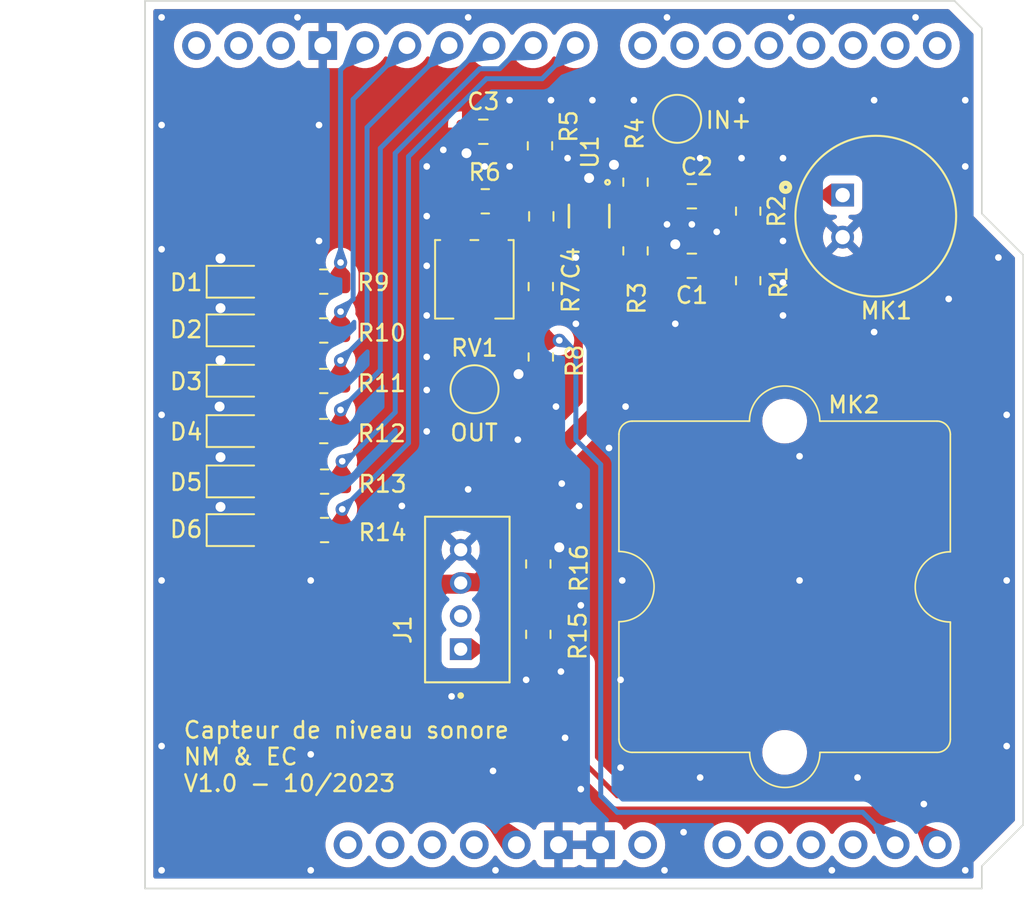
<source format=kicad_pcb>
(kicad_pcb (version 20221018) (generator pcbnew)
  (layers (0 "F.Cu" signal) (31 "B.Cu" signal) (34 "B.Paste" user) (35 "F.Paste" user) (36 "B.SilkS" user "B.Silkscreen") (37 "F.SilkS" user "F.Silkscreen") (38 "B.Mask" user) (39 "F.Mask" user) (44 "Edge.Cuts" user))
  (net 0 "")
  (net 6 "/A4")
  (net 7 "/A5")
  (net 17 "Net-(A1-PadD8)")
  (net 18 "Net-(A1-PadD9)")
  (net 19 "Net-(A1-D10_CS)")
  (net 20 "Net-(A1-PadD11)")
  (net 21 "Net-(A1-PadD12)")
  (net 22 "Net-(A1-PadD13)")
  (net 28 "Net-(C1-Pad1)")
  (net 29 "GND")
  (net 30 "Net-(U1-IN+)")
  (net 31 "Net-(C2-Pad2)")
  (net 32 "Net-(C3-Pad1)")
  (net 33 "Net-(U1-IN-)")
  (net 34 "Net-(D1-A)")
  (net 35 "Net-(D2-A)")
  (net 36 "Net-(D3-A)")
  (net 37 "Net-(D4-A)")
  (net 38 "Net-(D5-A)")
  (net 39 "Net-(D6-A)")
  (net 40 "VCC")
  (net 41 "Net-(J1-Pad1)")
  (net 42 "Net-(R6-Pad2)")
  (net 43 "Net-(U1-OUT)")
  (footprint "Empreintes_projet:SOT65P210X110-5N" (layer "F.Cu") (at 76.8 63 -90)
    (fp_text reference "U1" (at -3.868 -0.0564 90) (layer "F.SilkS"))
    (fp_text value "MAX4466EXK")
    (pad "1" smd roundrect (at -0.96 -0.65 270) (size 1.19 0.4) (layers "F.Cu" "F.Paste" "F.Mask") (roundrect_rratio 0.1) (net 30 "Net-(U1-IN+)"))
    (pad "2" smd roundrect (at -0.96 0 270) (size 1.19 0.4) (layers "F.Cu" "F.Paste" "F.Mask") (roundrect_rratio 0.1) (net 29 "GND"))
    (pad "3" smd roundrect (at -0.96 0.65 270) (size 1.19 0.4) (layers "F.Cu" "F.Paste" "F.Mask") (roundrect_rratio 0.1) (net 33 "Net-(U1-IN-)"))
    (pad "4" smd roundrect (at 0.96 0.65 270) (size 1.19 0.4) (layers "F.Cu" "F.Paste" "F.Mask") (roundrect_rratio 0.1) (net 43 "Net-(U1-OUT)"))
    (pad "5" smd roundrect (at 0.96 -0.65 270) (size 1.19 0.4) (layers "F.Cu" "F.Paste" "F.Mask") (roundrect_rratio 0.1) (net 40 "VCC"))
  )
  (footprint "Resistor_SMD:R_0805_2012Metric_Pad1.20x1.40mm_HandSolder" (layer "F.Cu") (at 86.4 66.9 90)
    (fp_text reference "R1" (at -0.1 1.84 270) (layer "F.SilkS"))
    (fp_text value "1k")
    (pad "1" smd roundrect (at -1 0 90) (size 1.2 1.4) (layers "F.Cu" "F.Paste" "F.Mask") (roundrect_rratio 0.2083333333) (net 40 "VCC"))
    (pad "2" smd roundrect (at 1 0 90) (size 1.2 1.4) (layers "F.Cu" "F.Paste" "F.Mask") (roundrect_rratio 0.2083333333) (net 28 "Net-(C1-Pad1)"))
  )
  (footprint "Empreintes_projet:Grove_loudness_sensor_EDIT" (layer "F.Cu") (at 88.6 85.3)
    (fp_text reference "MK2" (at 4.18 -10.91 unlocked) (layer "F.SilkS"))
    (fp_text value "Grove_loudness_sensor_EDIT" hide)
    (pad "" np_thru_hole circle (at 0 -9.92 180) (size 2.2 2.2) (drill 2.2) (layers "F&B.Cu" "*.Mask"))
    (pad "" np_thru_hole circle (at 0 10.08 180) (size 2.2 2.2) (drill 2.2) (layers "F&B.Cu" "*.Mask"))
  )
  (footprint "Resistor_SMD:R_0805_2012Metric_Pad1.20x1.40mm_HandSolder" (layer "F.Cu") (at 60.785 66.955 180)
    (fp_text reference "R9" (at -3 -0.05) (layer "F.SilkS"))
    (fp_text value "68")
    (pad "1" smd roundrect (at -1 0 180) (size 1.2 1.4) (layers "F.Cu" "F.Paste" "F.Mask") (roundrect_rratio 0.2083333333) (net 22 "Net-(A1-PadD13)"))
    (pad "2" smd roundrect (at 1 0 180) (size 1.2 1.4) (layers "F.Cu" "F.Paste" "F.Mask") (roundrect_rratio 0.2083333333) (net 34 "Net-(D1-A)"))
  )
  (footprint "Resistor_SMD:R_0805_2012Metric_Pad1.20x1.40mm_HandSolder" (layer "F.Cu") (at 70.535 62.105 180)
    (fp_text reference "R6" (at 0.035 1.75) (layer "F.SilkS"))
    (fp_text value "22k")
    (pad "1" smd roundrect (at -1 0 180) (size 1.2 1.4) (layers "F.Cu" "F.Paste" "F.Mask") (roundrect_rratio 0.2083333333) (net 33 "Net-(U1-IN-)"))
    (pad "2" smd roundrect (at 1 0 180) (size 1.2 1.4) (layers "F.Cu" "F.Paste" "F.Mask") (roundrect_rratio 0.2083333333) (net 42 "Net-(R6-Pad2)"))
  )
  (footprint "TestPoint:TestPoint_Pad_D2.5mm" (layer "F.Cu") (at 82.115 57.125)
    (fp_text reference "TP1" hide)
    (fp_text value "IN+")
    (fp_text user "${VALUE}" (at 1.63 0.67 unlocked) (layer "F.SilkS") (effects (justify left bottom)))
    (pad "1" smd circle (at 0 0) (size 2.5 2.5) (layers "F.Cu" "F.Mask") (net 30 "Net-(U1-IN+)"))
  )
  (footprint "Resistor_SMD:R_0805_2012Metric_Pad1.20x1.40mm_HandSolder" (layer "F.Cu") (at 73.885 71.505 -90)
    (fp_text reference "R8" (at 0.24 -2.05 -90) (layer "F.SilkS"))
    (fp_text value "1.8M")
    (pad "1" smd roundrect (at -1 0 270) (size 1.2 1.4) (layers "F.Cu" "F.Paste" "F.Mask") (roundrect_rratio 0.2083333333) (net 6 "/A4"))
    (pad "2" smd roundrect (at 1 0 270) (size 1.2 1.4) (layers "F.Cu" "F.Paste" "F.Mask") (roundrect_rratio 0.2083333333) (net 29 "GND"))
  )
  (footprint "Resistor_SMD:R_0805_2012Metric_Pad1.20x1.40mm_HandSolder" (layer "F.Cu") (at 73.885 67.255 -90)
    (fp_text reference "R7" (at 0.62 -1.81 -90) (layer "F.SilkS"))
    (fp_text value "1M")
    (pad "1" smd roundrect (at -1 0 270) (size 1.2 1.4) (layers "F.Cu" "F.Paste" "F.Mask") (roundrect_rratio 0.2083333333) (net 43 "Net-(U1-OUT)"))
    (pad "2" smd roundrect (at 1 0 270) (size 1.2 1.4) (layers "F.Cu" "F.Paste" "F.Mask") (roundrect_rratio 0.2083333333) (net 6 "/A4"))
  )
  (footprint "Resistor_SMD:R_0805_2012Metric_Pad1.20x1.40mm_HandSolder" (layer "F.Cu") (at 73.735 84.005 90)
    (fp_text reference "R16" (at -0.255 2.455 270) (layer "F.SilkS"))
    (fp_text value "1.8M")
    (pad "1" smd roundrect (at -1 0 90) (size 1.2 1.4) (layers "F.Cu" "F.Paste" "F.Mask") (roundrect_rratio 0.2083333333) (net 7 "/A5"))
    (pad "2" smd roundrect (at 1 0 90) (size 1.2 1.4) (layers "F.Cu" "F.Paste" "F.Mask") (roundrect_rratio 0.2083333333) (net 29 "GND"))
  )
  (footprint "Capacitor_SMD:C_0805_2012Metric_Pad1.18x1.45mm_HandSolder" (layer "F.Cu") (at 70.415 57.905 180)
    (fp_text reference "C3" (at 0 1.82) (layer "F.SilkS"))
    (fp_text value "10u")
    (pad "1" smd roundrect (at -1.0375 0 180) (size 1.175 1.45) (layers "F.Cu" "F.Paste" "F.Mask") (roundrect_rratio 0.2127659574) (net 32 "Net-(C3-Pad1)"))
    (pad "2" smd roundrect (at 1.0375 0 180) (size 1.175 1.45) (layers "F.Cu" "F.Paste" "F.Mask") (roundrect_rratio 0.2127659574) (net 29 "GND"))
  )
  (footprint "LED_SMD:LED_0805_2012Metric_Pad1.15x1.40mm_HandSolder" (layer "F.Cu") (at 55.58 69.9)
    (fp_text reference "D2" (at -3.1 -0.05) (layer "F.SilkS"))
    (fp_text value "LED_R")
    (pad "1" smd roundrect (at -1.025 0) (size 1.15 1.4) (layers "F.Cu" "F.Paste" "F.Mask") (roundrect_rratio 0.2173913043) (net 29 "GND"))
    (pad "2" smd roundrect (at 1.025 0) (size 1.15 1.4) (layers "F.Cu" "F.Paste" "F.Mask") (roundrect_rratio 0.2173913043) (net 35 "Net-(D2-A)"))
  )
  (footprint "Resistor_SMD:R_0805_2012Metric_Pad1.20x1.40mm_HandSolder" (layer "F.Cu") (at 60.835 81.955 180)
    (fp_text reference "R14" (at -3.5 -0.15) (layer "F.SilkS"))
    (fp_text value "68")
    (pad "1" smd roundrect (at -1 0 180) (size 1.2 1.4) (layers "F.Cu" "F.Paste" "F.Mask") (roundrect_rratio 0.2083333333) (net 17 "Net-(A1-PadD8)"))
    (pad "2" smd roundrect (at 1 0 180) (size 1.2 1.4) (layers "F.Cu" "F.Paste" "F.Mask") (roundrect_rratio 0.2083333333) (net 39 "Net-(D6-A)"))
  )
  (footprint "LED_SMD:LED_0805_2012Metric_Pad1.15x1.40mm_HandSolder" (layer "F.Cu") (at 55.58 72.94)
    (fp_text reference "D3" (at -3.1 0.05) (layer "F.SilkS"))
    (fp_text value "LED_Y")
    (pad "1" smd roundrect (at -1.025 0) (size 1.15 1.4) (layers "F.Cu" "F.Paste" "F.Mask") (roundrect_rratio 0.2173913043) (net 29 "GND"))
    (pad "2" smd roundrect (at 1.025 0) (size 1.15 1.4) (layers "F.Cu" "F.Paste" "F.Mask") (roundrect_rratio 0.2173913043) (net 36 "Net-(D3-A)"))
  )
  (footprint "LED_SMD:LED_0805_2012Metric_Pad1.15x1.40mm_HandSolder" (layer "F.Cu") (at 55.58 75.98)
    (fp_text reference "D4" (at -3.1 0.05) (layer "F.SilkS"))
    (fp_text value "LED_Y")
    (pad "1" smd roundrect (at -1.025 0) (size 1.15 1.4) (layers "F.Cu" "F.Paste" "F.Mask") (roundrect_rratio 0.2173913043) (net 29 "GND"))
    (pad "2" smd roundrect (at 1.025 0) (size 1.15 1.4) (layers "F.Cu" "F.Paste" "F.Mask") (roundrect_rratio 0.2173913043) (net 37 "Net-(D4-A)"))
  )
  (footprint "Potentiometer_SMD:Potentiometer_Bourns_3314J_Vertical" (layer "F.Cu") (at 69.875 66.815)
    (fp_text reference "RV1" (at 0 4.15) (layer "F.SilkS"))
    (fp_text value "100k")
    (pad "1" smd roundrect (at -1.15 -2) (size 1.3 2) (layers "F.Cu" "F.Paste" "F.Mask") (roundrect_rratio 0.1923076923) (net 42 "Net-(R6-Pad2)"))
    (pad "2" smd roundrect (at 0 2) (size 2 2) (layers "F.Cu" "F.Paste" "F.Mask") (roundrect_rratio 0.125) (net 43 "Net-(U1-OUT)"))
    (pad "3" smd roundrect (at 1.15 -2) (size 1.3 2) (layers "F.Cu" "F.Paste" "F.Mask") (roundrect_rratio 0.1923076923) (net 43 "Net-(U1-OUT)"))
  )
  (footprint "Empreintes_projet:SEEED_110990030" (layer "F.Cu") (at 69.05 86.15 90)
    (fp_text reference "J1" (at -1.825 -3.485 90) (layer "F.SilkS"))
    (fp_text value "110990030")
    (pad "1" thru_hole rect (at -3 0 90) (size 1.308 1.308) (drill 0.8) (layers "*.Cu" "*.Mask") (net 41 "Net-(J1-Pad1)"))
    (pad "2" thru_hole circle (at -1 0 90) (size 1.308 1.308) (drill 0.8) (layers "*.Cu" "*.Mask"))
    (pad "3" thru_hole circle (at 1 0 90) (size 1.308 1.308) (drill 0.8) (layers "*.Cu" "*.Mask") (net 40 "VCC"))
    (pad "4" thru_hole circle (at 3 0 90) (size 1.308 1.308) (drill 0.8) (layers "*.Cu" "*.Mask") (net 29 "GND"))
  )
  (footprint "Resistor_SMD:R_0805_2012Metric_Pad1.20x1.40mm_HandSolder" (layer "F.Cu") (at 73.735 88.255 90)
    (fp_text reference "R15" (at -0.1 2.39 270) (layer "F.SilkS"))
    (fp_text value "1M")
    (pad "1" smd roundrect (at -1 0 90) (size 1.2 1.4) (layers "F.Cu" "F.Paste" "F.Mask") (roundrect_rratio 0.2083333333) (net 41 "Net-(J1-Pad1)"))
    (pad "2" smd roundrect (at 1 0 90) (size 1.2 1.4) (layers "F.Cu" "F.Paste" "F.Mask") (roundrect_rratio 0.2083333333) (net 7 "/A5"))
  )
  (footprint "TestPoint:TestPoint_Pad_D2.5mm" (layer "F.Cu") (at 69.885 73.455)
    (fp_text reference "TP2" hide)
    (fp_text value "OUT")
    (fp_text user "${VALUE}" (at -1.56 3.21 unlocked) (layer "F.SilkS") (effects (justify left bottom)))
    (pad "1" smd circle (at 0 0) (size 2.5 2.5) (layers "F.Cu" "F.Mask") (net 43 "Net-(U1-OUT)"))
  )
  (footprint "Resistor_SMD:R_0805_2012Metric_Pad1.20x1.40mm_HandSolder" (layer "F.Cu") (at 60.835 79.03 180)
    (fp_text reference "R13" (at -3.5 -0.15) (layer "F.SilkS"))
    (fp_text value "68")
    (pad "1" smd roundrect (at -1 0 180) (size 1.2 1.4) (layers "F.Cu" "F.Paste" "F.Mask") (roundrect_rratio 0.2083333333) (net 18 "Net-(A1-PadD9)"))
    (pad "2" smd roundrect (at 1 0 180) (size 1.2 1.4) (layers "F.Cu" "F.Paste" "F.Mask") (roundrect_rratio 0.2083333333) (net 38 "Net-(D5-A)"))
  )
  (footprint "Empreintes_projet:Arduino_Uno_R3_Shield_EDIT" (layer "F.Cu") (at 50.11 103.5)
    (fp_text reference "A1" hide)
    (fp_text value "Arduino_Uno_R3_Shield")
    (pad "" thru_hole oval (at 12.14 -2.54) (size 1.7272 1.7272) (drill 1.016) (layers "*.Cu" "*.Mask"))
    (pad "3V3" thru_hole oval (at 19.76 -2.54) (size 1.7272 1.7272) (drill 1.016) (layers "*.Cu" "*.Mask"))
    (pad "5V1" thru_hole oval (at 22.3 -2.54) (size 1.7272 1.7272) (drill 1.016) (layers "*.Cu" "*.Mask") (net 40 "VCC"))
    (pad "A0" thru_hole oval (at 35 -2.54) (size 1.7272 1.7272) (drill 1.016) (layers "*.Cu" "*.Mask"))
    (pad "A1" thru_hole oval (at 37.54 -2.54) (size 1.7272 1.7272) (drill 1.016) (layers "*.Cu" "*.Mask"))
    (pad "A2" thru_hole oval (at 40.08 -2.54) (size 1.7272 1.7272) (drill 1.016) (layers "*.Cu" "*.Mask"))
    (pad "A3" thru_hole oval (at 42.62 -2.54) (size 1.7272 1.7272) (drill 1.016) (layers "*.Cu" "*.Mask"))
    (pad "A4" thru_hole oval (at 45.16 -2.54) (size 1.7272 1.7272) (drill 1.016) (layers "*.Cu" "*.Mask") (net 6 "/A4"))
    (pad "A5" thru_hole oval (at 47.7 -2.54) (size 1.7272 1.7272) (drill 1.016) (layers "*.Cu" "*.Mask") (net 7 "/A5"))
    (pad "AREF" thru_hole oval (at 8.076 -50.8) (size 1.7272 1.7272) (drill 1.016) (layers "*.Cu" "*.Mask"))
    (pad "D0" thru_hole oval (at 47.7 -50.8) (size 1.7272 1.7272) (drill 1.016) (layers "*.Cu" "*.Mask"))
    (pad "D1" thru_hole oval (at 45.16 -50.8) (size 1.7272 1.7272) (drill 1.016) (layers "*.Cu" "*.Mask"))
    (pad "D2" thru_hole oval (at 42.62 -50.8) (size 1.7272 1.7272) (drill 1.016) (layers "*.Cu" "*.Mask"))
    (pad "D3" thru_hole oval (at 40.08 -50.8) (size 1.7272 1.7272) (drill 1.016) (layers "*.Cu" "*.Mask"))
    (pad "D4" thru_hole oval (at 37.54 -50.8) (size 1.7272 1.7272) (drill 1.016) (layers "*.Cu" "*.Mask"))
    (pad "D5" thru_hole oval (at 35 -50.8) (size 1.7272 1.7272) (drill 1.016) (layers "*.Cu" "*.Mask"))
    (pad "D6" thru_hole oval (at 32.46 -50.8) (size 1.7272 1.7272) (drill 1.016) (layers "*.Cu" "*.Mask"))
    (pad "D7" thru_hole oval (at 29.92 -50.8) (size 1.7272 1.7272) (drill 1.016) (layers "*.Cu" "*.Mask"))
    (pad "D8" thru_hole oval (at 25.856 -50.8) (size 1.7272 1.7272) (drill 1.016) (layers "*.Cu" "*.Mask") (net 17 "Net-(A1-PadD8)"))
    (pad "D9" thru_hole oval (at 23.316 -50.8) (size 1.7272 1.7272) (drill 1.016) (layers "*.Cu" "*.Mask") (net 18 "Net-(A1-PadD9)"))
    (pad "D10" thru_hole oval (at 20.776 -50.8) (size 1.7272 1.7272) (drill 1.016) (layers "*.Cu" "*.Mask") (net 19 "Net-(A1-D10_CS)"))
    (pad "D11" thru_hole oval (at 18.236 -50.8) (size 1.7272 1.7272) (drill 1.016) (layers "*.Cu" "*.Mask") (net 20 "Net-(A1-PadD11)"))
    (pad "D12" thru_hole oval (at 15.696 -50.8) (size 1.7272 1.7272) (drill 1.016) (layers "*.Cu" "*.Mask") (net 21 "Net-(A1-PadD12)"))
    (pad "D13" thru_hole oval (at 13.156 -50.8) (size 1.7272 1.7272) (drill 1.016) (layers "*.Cu" "*.Mask") (net 22 "Net-(A1-PadD13)"))
    (pad "GND1" thru_hole rect (at 10.616 -50.8) (size 1.7272 1.7272) (drill 1.016) (layers "*.Cu" "*.Mask") (net 29 "GND"))
    (pad "GND2" thru_hole rect (at 24.84 -2.54) (size 1.7272 1.7272) (drill 1.016) (layers "*.Cu" "*.Mask") (net 29 "GND"))
    (pad "GND3" thru_hole rect (at 27.38 -2.54) (size 1.7272 1.7272) (drill 1.016) (layers "*.Cu" "*.Mask") (net 29 "GND"))
    (pad "IORF" thru_hole oval (at 14.68 -2.54) (size 1.7272 1.7272) (drill 1.016) (layers "*.Cu" "*.Mask"))
    (pad "RST1" thru_hole oval (at 17.22 -2.54) (size 1.7272 1.7272) (drill 1.016) (layers "*.Cu" "*.Mask"))
    (pad "SCL" thru_hole oval (at 2.996 -50.8) (size 1.7272 1.7272) (drill 1.016) (layers "*.Cu" "*.Mask"))
    (pad "SDA" thru_hole oval (at 5.536 -50.8) (size 1.7272 1.7272) (drill 1.016) (layers "*.Cu" "*.Mask"))
    (pad "VIN" thru_hole oval (at 29.92 -2.54) (size 1.7272 1.7272) (drill 1.016) (layers "*.Cu" "*.Mask"))
  )
  (footprint "Resistor_SMD:R_0805_2012Metric_Pad1.20x1.40mm_HandSolder" (layer "F.Cu") (at 79.6 60.95 90)
    (fp_text reference "R4" (at 2.93 -0.03 90) (layer "F.SilkS"))
    (fp_text value "1M")
    (pad "1" smd roundrect (at -1 0 90) (size 1.2 1.4) (layers "F.Cu" "F.Paste" "F.Mask") (roundrect_rratio 0.2083333333) (net 30 "Net-(U1-IN+)"))
    (pad "2" smd roundrect (at 1 0 90) (size 1.2 1.4) (layers "F.Cu" "F.Paste" "F.Mask") (roundrect_rratio 0.2083333333) (net 29 "GND"))
  )
  (footprint "Resistor_SMD:R_0805_2012Metric_Pad1.20x1.40mm_HandSolder" (layer "F.Cu") (at 60.785 72.955 180)
    (fp_text reference "R11" (at -3.5 -0.15) (layer "F.SilkS"))
    (fp_text value "68")
    (pad "1" smd roundrect (at -1 0 180) (size 1.2 1.4) (layers "F.Cu" "F.Paste" "F.Mask") (roundrect_rratio 0.2083333333) (net 20 "Net-(A1-PadD11)"))
    (pad "2" smd roundrect (at 1 0 180) (size 1.2 1.4) (layers "F.Cu" "F.Paste" "F.Mask") (roundrect_rratio 0.2083333333) (net 36 "Net-(D3-A)"))
  )
  (footprint "Capacitor_SMD:C_0805_2012Metric_Pad1.18x1.45mm_HandSolder" (layer "F.Cu") (at 83 66 180)
    (fp_text reference "C1" (at 0 -1.78) (layer "F.SilkS"))
    (fp_text value "0.1u")
    (pad "1" smd roundrect (at -1.0375 0 180) (size 1.175 1.45) (layers "F.Cu" "F.Paste" "F.Mask") (roundrect_rratio 0.2127659574) (net 28 "Net-(C1-Pad1)"))
    (pad "2" smd roundrect (at 1.0375 0 180) (size 1.175 1.45) (layers "F.Cu" "F.Paste" "F.Mask") (roundrect_rratio 0.2127659574) (net 29 "GND"))
  )
  (footprint "LED_SMD:LED_0805_2012Metric_Pad1.15x1.40mm_HandSolder" (layer "F.Cu") (at 55.58 81.96)
    (fp_text reference "D6" (at -3.1 -0.05) (layer "F.SilkS"))
    (fp_text value "LED_G")
    (pad "1" smd roundrect (at -1.025 0) (size 1.15 1.4) (layers "F.Cu" "F.Paste" "F.Mask") (roundrect_rratio 0.2173913043) (net 29 "GND"))
    (pad "2" smd roundrect (at 1.025 0) (size 1.15 1.4) (layers "F.Cu" "F.Paste" "F.Mask") (roundrect_rratio 0.2173913043) (net 39 "Net-(D6-A)"))
  )
  (footprint "Capacitor_SMD:C_0805_2012Metric_Pad1.18x1.45mm_HandSolder" (layer "F.Cu") (at 73.915 63.015 -90)
    (fp_text reference "C4" (at 2.83 -1.79 -90) (layer "F.SilkS"))
    (fp_text value "100p")
    (pad "1" smd roundrect (at -1.0375 0 270) (size 1.175 1.45) (layers "F.Cu" "F.Paste" "F.Mask") (roundrect_rratio 0.2127659574) (net 33 "Net-(U1-IN-)"))
    (pad "2" smd roundrect (at 1.0375 0 270) (size 1.175 1.45) (layers "F.Cu" "F.Paste" "F.Mask") (roundrect_rratio 0.2127659574) (net 43 "Net-(U1-OUT)"))
  )
  (footprint "Resistor_SMD:R_0805_2012Metric_Pad1.20x1.40mm_HandSolder" (layer "F.Cu") (at 60.785 69.905 180)
    (fp_text reference "R10" (at -3.5 -0.15) (layer "F.SilkS"))
    (fp_text value "68")
    (pad "1" smd roundrect (at -1 0 180) (size 1.2 1.4) (layers "F.Cu" "F.Paste" "F.Mask") (roundrect_rratio 0.2083333333) (net 21 "Net-(A1-PadD12)"))
    (pad "2" smd roundrect (at 1 0 180) (size 1.2 1.4) (layers "F.Cu" "F.Paste" "F.Mask") (roundrect_rratio 0.2083333333) (net 35 "Net-(D2-A)"))
  )
  (footprint "Capacitor_SMD:C_0805_2012Metric_Pad1.18x1.45mm_HandSolder" (layer "F.Cu") (at 83 61.8)
    (fp_text reference "C2" (at 0.3 -1.78) (layer "F.SilkS"))
    (fp_text value "0.01u")
    (pad "1" smd roundrect (at -1.0375 0) (size 1.175 1.45) (layers "F.Cu" "F.Paste" "F.Mask") (roundrect_rratio 0.2127659574) (net 30 "Net-(U1-IN+)"))
    (pad "2" smd roundrect (at 1.0375 0) (size 1.175 1.45) (layers "F.Cu" "F.Paste" "F.Mask") (roundrect_rratio 0.2127659574) (net 31 "Net-(C2-Pad2)"))
  )
  (footprint "LED_SMD:LED_0805_2012Metric_Pad1.15x1.40mm_HandSolder" (layer "F.Cu") (at 55.58 79.02)
    (fp_text reference "D5" (at -3.1 0.05) (layer "F.SilkS"))
    (fp_text value "LED_G")
    (pad "1" smd roundrect (at -1.025 0) (size 1.15 1.4) (layers "F.Cu" "F.Paste" "F.Mask") (roundrect_rratio 0.2173913043) (net 29 "GND"))
    (pad "2" smd roundrect (at 1.025 0) (size 1.15 1.4) (layers "F.Cu" "F.Paste" "F.Mask") (roundrect_rratio 0.2173913043) (net 38 "Net-(D5-A)"))
  )
  (footprint "Resistor_SMD:R_0805_2012Metric_Pad1.20x1.40mm_HandSolder" (layer "F.Cu") (at 86.4 62.7 90)
    (fp_text reference "R2" (at -0.01 1.72 270) (layer "F.SilkS"))
    (fp_text value "1k")
    (pad "1" smd roundrect (at -1 0 90) (size 1.2 1.4) (layers "F.Cu" "F.Paste" "F.Mask") (roundrect_rratio 0.2083333333) (net 28 "Net-(C1-Pad1)"))
    (pad "2" smd roundrect (at 1 0 90) (size 1.2 1.4) (layers "F.Cu" "F.Paste" "F.Mask") (roundrect_rratio 0.2083333333) (net 31 "Net-(C2-Pad2)"))
  )
  (footprint "Resistor_SMD:R_0805_2012Metric_Pad1.20x1.40mm_HandSolder" (layer "F.Cu") (at 73.835 58.755 -90)
    (fp_text reference "R5" (at -1.17 -1.74 -90) (layer "F.SilkS"))
    (fp_text value "1k")
    (pad "1" smd roundrect (at -1 0 270) (size 1.2 1.4) (layers "F.Cu" "F.Paste" "F.Mask") (roundrect_rratio 0.2083333333) (net 32 "Net-(C3-Pad1)"))
    (pad "2" smd roundrect (at 1 0 270) (size 1.2 1.4) (layers "F.Cu" "F.Paste" "F.Mask") (roundrect_rratio 0.2083333333) (net 33 "Net-(U1-IN-)"))
  )
  (footprint "LED_SMD:LED_0805_2012Metric_Pad1.15x1.40mm_HandSolder" (layer "F.Cu") (at 55.58 66.96)
    (fp_text reference "D1" (at -3.1 0.05) (layer "F.SilkS"))
    (fp_text value "LED_R")
    (pad "1" smd roundrect (at -1.025 0) (size 1.15 1.4) (layers "F.Cu" "F.Paste" "F.Mask") (roundrect_rratio 0.2173913043) (net 29 "GND"))
    (pad "2" smd roundrect (at 1.025 0) (size 1.15 1.4) (layers "F.Cu" "F.Paste" "F.Mask") (roundrect_rratio 0.2173913043) (net 34 "Net-(D1-A)"))
  )
  (footprint "Resistor_SMD:R_0805_2012Metric_Pad1.20x1.40mm_HandSolder" (layer "F.Cu") (at 79.6 65.1 90)
    (fp_text reference "R3" (at -2.86 0.09 90) (layer "F.SilkS"))
    (fp_text value "1M")
    (pad "1" smd roundrect (at -1 0 90) (size 1.2 1.4) (layers "F.Cu" "F.Paste" "F.Mask") (roundrect_rratio 0.2083333333) (net 40 "VCC"))
    (pad "2" smd roundrect (at 1 0 90) (size 1.2 1.4) (layers "F.Cu" "F.Paste" "F.Mask") (roundrect_rratio 0.2083333333) (net 30 "Net-(U1-IN+)"))
  )
  (footprint "Resistor_SMD:R_0805_2012Metric_Pad1.20x1.40mm_HandSolder" (layer "F.Cu") (at 60.785 75.98 180)
    (fp_text reference "R12" (at -3.5 -0.15) (layer "F.SilkS"))
    (fp_text value "68")
    (pad "1" smd roundrect (at -1 0 180) (size 1.2 1.4) (layers "F.Cu" "F.Paste" "F.Mask") (roundrect_rratio 0.2083333333) (net 19 "Net-(A1-D10_CS)"))
    (pad "2" smd roundrect (at 1 0 180) (size 1.2 1.4) (layers "F.Cu" "F.Paste" "F.Mask") (roundrect_rratio 0.2083333333) (net 37 "Net-(D4-A)"))
  )
  (footprint "Empreintes_projet:MIC_CMA-4544PF-W" (layer "F.Cu") (at 94.1 63 180)
    (fp_text reference "MK1" (at -0.635215 -5.717015 180) (layer "F.SilkS") (effects (font (size 1.000354 1.000354))))
    (fp_text value "CMA-4544PF-W")
    (pad "1" thru_hole rect (at 2 1.27 180) (size 1.378 1.378) (drill 0.87) (layers "*.Cu" "*.Mask") (net 31 "Net-(C2-Pad2)"))
    (pad "2" thru_hole circle (at 2 -1.27 180) (size 1.378 1.378) (drill 0.87) (layers "*.Cu" "*.Mask") (net 29 "GND"))
  )
  (gr_line (start 103 99.55) (end 103 65.35) (stroke (width 0.1)) (layer "Edge.Cuts"))
  (gr_line (start 103 99.75) (end 103 99.55) (stroke (width 0.1)) (layer "Edge.Cuts"))
  (gr_line (start 100.5 51.65) (end 98.85 50) (stroke (width 0.1)) (layer "Edge.Cuts"))
  (gr_line (start 103 65.35) (end 100.5 62.85) (stroke (width 0.1)) (layer "Edge.Cuts"))
  (gr_line (start 100.5 103.6) (end 100.5 102.3) (stroke (width 0.1)) (layer "Edge.Cuts"))
  (gr_line (start 50 103.6) (end 100.5 103.6) (stroke (width 0.1)) (layer "Edge.Cuts"))
  (gr_line (start 100.5 62.85) (end 100.5 51.65) (stroke (width 0.1)) (layer "Edge.Cuts"))
  (gr_line (start 98.85 50) (end 50 50) (stroke (width 0.1)) (layer "Edge.Cuts"))
  (gr_line (start 50 50) (end 50 103.6) (stroke (width 0.1)) (layer "Edge.Cuts"))
  (gr_line (start 100.5 102.25) (end 103 99.75) (stroke (width 0.1)) (layer "Edge.Cuts"))
  (gr_line (start 100.5 102.3) (end 100.5 102.25) (stroke (width 0.1)) (layer "Edge.Cuts"))
  (gr_text "Capteur de niveau sonore\nNM & EC\nV1.0 - 10/2023" (at 52.24 97.84) (layer "F.SilkS") (effects (font (size 1 1)) (justify left bottom)))
  (segment (start 73.885 68.255) (end 73.885 70.505) (width 0.3) (layer "F.Cu") (net 6))
  (segment (start 75 70.5) (end 74.995 70.505) (width 0.3) (layer "F.Cu") (net 6))
  (segment (start 74.995 70.505) (end 73.885 70.505) (width 0.3) (layer "F.Cu") (net 6))
  (via (at 75 70.5) (size 0.8) (drill 0.4) (layers "F.Cu" "B.Cu") (net 6))
  (segment (start 76 71.2) (end 76 76.5) (width 0.3) (layer "B.Cu") (net 6))
  (segment (start 93.31 99) (end 95.27 100.96) (width 0.3) (layer "B.Cu") (net 6))
  (segment (start 77.5 98) (end 78.5 99) (width 0.3) (layer "B.Cu") (net 6))
  (segment (start 75 70.5) (end 75.3 70.5) (width 0.3) (layer "B.Cu") (net 6))
  (segment (start 76 76.5) (end 77.5 78) (width 0.3) (layer "B.Cu") (net 6))
  (segment (start 75.3 70.5) (end 76 71.2) (width 0.3) (layer "B.Cu") (net 6))
  (segment (start 78.5 99) (end 93.31 99) (width 0.3) (layer "B.Cu") (net 6))
  (segment (start 77.5 78) (end 77.5 98) (width 0.3) (layer "B.Cu") (net 6))
  (segment (start 78.5 98) (end 94.85 98) (width 0.3) (layer "F.Cu") (net 7))
  (segment (start 73.735 85.005) (end 73.735 87.255) (width 0.3) (layer "F.Cu") (net 7))
  (segment (start 94.85 98) (end 97.81 100.96) (width 0.3) (layer "F.Cu") (net 7))
  (segment (start 73.735 87.255) (end 76.5 90.02) (width 0.3) (layer "F.Cu") (net 7))
  (segment (start 76.5 90.02) (end 76.5 96) (width 0.3) (layer "F.Cu") (net 7))
  (segment (start 76.5 96) (end 78.5 98) (width 0.3) (layer "F.Cu") (net 7))
  (segment (start 61.835 80.765) (end 61.9 80.7) (width 0.3) (layer "F.Cu") (net 17))
  (segment (start 61.835 81.955) (end 61.835 80.765) (width 0.3) (layer "F.Cu") (net 17))
  (via (at 61.9 80.7) (size 0.8) (drill 0.4) (layers "F.Cu" "B.Cu") (net 17))
  (segment (start 73.966 54.7) (end 75.966 52.7) (width 0.3) (layer "B.Cu") (net 17))
  (segment (start 70.6 54.7) (end 73.966 54.7) (width 0.3) (layer "B.Cu") (net 17))
  (segment (start 61.9 80.7) (end 65.9 76.7) (width 0.3) (layer "B.Cu") (net 17))
  (segment (start 65.9 76.7) (end 65.9 59.4) (width 0.3) (layer "B.Cu") (net 17))
  (segment (start 65.9 59.4) (end 70.6 54.7) (width 0.3) (layer "B.Cu") (net 17))
  (segment (start 61.835 79.03) (end 61.835 77.865) (width 0.3) (layer "F.Cu") (net 18))
  (segment (start 61.835 77.865) (end 61.9 77.8) (width 0.3) (layer "F.Cu") (net 18))
  (via (at 61.9 77.8) (size 0.8) (drill 0.4) (layers "F.Cu" "B.Cu") (net 18))
  (segment (start 72.8 52.7) (end 73.426 52.7) (width 0.3) (layer "B.Cu") (net 18))
  (segment (start 65.1 74.840749) (end 65.1 59.2) (width 0.3) (layer "B.Cu") (net 18))
  (segment (start 71.4 54.1) (end 72.8 52.7) (width 0.3) (layer "B.Cu") (net 18))
  (segment (start 70.2 54.1) (end 71.4 54.1) (width 0.3) (layer "B.Cu") (net 18))
  (segment (start 65.1 59.2) (end 70.2 54.1) (width 0.3) (layer "B.Cu") (net 18))
  (segment (start 61.9 77.8) (end 62.140749 77.8) (width 0.3) (layer "B.Cu") (net 18))
  (segment (start 62.140749 77.8) (end 65.1 74.840749) (width 0.3) (layer "B.Cu") (net 18))
  (segment (start 61.785 75.98) (end 61.785 74.715) (width 0.3) (layer "F.Cu") (net 19))
  (segment (start 61.785 74.715) (end 61.8 74.7) (width 0.3) (layer "F.Cu") (net 19))
  (via (at 61.8 74.7) (size 0.8) (drill 0.4) (layers "F.Cu" "B.Cu") (net 19))
  (segment (start 64.2 58.9) (end 64.2 72.3) (width 0.3) (layer "B.Cu") (net 19))
  (segment (start 70.886 52.7) (end 70.4 52.7) (width 0.3) (layer "B.Cu") (net 19))
  (segment (start 70.4 52.7) (end 64.2 58.9) (width 0.3) (layer "B.Cu") (net 19))
  (segment (start 64.2 72.3) (end 61.8 74.7) (width 0.3) (layer "B.Cu") (net 19))
  (segment (start 61.785 71.7295) (end 61.8 71.7145) (width 0.3) (layer "F.Cu") (net 20))
  (segment (start 61.785 72.955) (end 61.785 71.7295) (width 0.3) (layer "F.Cu") (net 20))
  (via (at 61.8 71.7145) (size 0.8) (drill 0.4) (layers "F.Cu" "B.Cu") (net 20))
  (segment (start 63.4 70.1) (end 63.4 57.646) (width 0.3) (layer "B.Cu") (net 20))
  (segment (start 61.8 71.7) (end 63.4 70.1) (width 0.3) (layer "B.Cu") (net 20))
  (segment (start 61.8 71.7145) (end 61.8 71.7) (width 0.3) (layer "B.Cu") (net 20))
  (segment (start 63.4 57.646) (end 68.346 52.7) (width 0.3) (layer "B.Cu") (net 20))
  (segment (start 61.785 69.905) (end 61.785 68.7795) (width 0.3) (layer "F.Cu") (net 21))
  (segment (start 61.785 68.7795) (end 61.8 68.7645) (width 0.3) (layer "F.Cu") (net 21))
  (via (at 61.8 68.7645) (size 0.8) (drill 0.4) (layers "F.Cu" "B.Cu") (net 21))
  (segment (start 62.56 55.946) (end 65.806 52.7) (width 0.3) (layer "B.Cu") (net 21))
  (segment (start 62.56 68.0045) (end 62.56 55.946) (width 0.3) (layer "B.Cu") (net 21))
  (segment (start 61.8 68.7645) (end 62.56 68.0045) (width 0.3) (layer "B.Cu") (net 21))
  (segment (start 61.785 65.815) (end 61.8 65.8) (width 0.3) (layer "F.Cu") (net 22))
  (segment (start 61.785 66.955) (end 61.785 65.815) (width 0.3) (layer "F.Cu") (net 22))
  (via (at 61.8 65.8) (size 0.8) (drill 0.4) (layers "F.Cu" "B.Cu") (net 22))
  (segment (start 61.8 54.166) (end 63.266 52.7) (width 0.3) (layer "B.Cu") (net 22))
  (segment (start 61.8 65.8) (end 61.8 54.166) (width 0.3) (layer "B.Cu") (net 22))
  (segment (start 86.4 63.7) (end 86.4 65.9) (width 0.3) (layer "F.Cu") (net 28))
  (segment (start 86.4 65.9) (end 84.1375 65.9) (width 0.3) (layer "F.Cu") (net 28))
  (segment (start 84.1375 65.9) (end 84.0375 66) (width 0.3) (layer "F.Cu") (net 28))
  (segment (start 81.9625 66) (end 81.9625 64.7375) (width 0.4) (layer "F.Cu") (net 29))
  (segment (start 54.555 74.555) (end 54.5 74.5) (width 0.4) (layer "F.Cu") (net 29))
  (segment (start 72.54 72.54) (end 73.85 72.54) (width 1) (layer "F.Cu") (net 29))
  (segment (start 69.4 57.9275) (end 69.3775 57.905) (width 0.4) (layer "F.Cu") (net 29))
  (segment (start 69.4 59.2) (end 69.4 57.9275) (width 0.4) (layer "F.Cu") (net 29))
  (segment (start 73.85 72.54) (end 73.885 72.505) (width 1) (layer "F.Cu") (net 29))
  (segment (start 54.555 80.555) (end 54.555 81.96) (width 0.4) (layer "F.Cu") (net 29))
  (segment (start 74.995 83.005) (end 75 83) (width 1) (layer "F.Cu") (net 29))
  (segment (start 54.555 77.555) (end 54.555 79.02) (width 0.4) (layer "F.Cu") (net 29))
  (segment (start 78.35 59.95) (end 78.3 59.9) (width 0.4) (layer "F.Cu") (net 29))
  (segment (start 54.555 71.7) (end 54.555 72.94) (width 0.4) (layer "F.Cu") (net 29))
  (segment (start 54.555 68.555) (end 54.555 69.9) (width 0.4) (layer "F.Cu") (net 29))
  (segment (start 73.735 83.005) (end 73.505 83.005) (width 1) (layer "F.Cu") (net 29))
  (segment (start 73.735 83.005) (end 74.995 83.005) (width 1) (layer "F.Cu") (net 29))
  (segment (start 54.555 65.555) (end 54.555 66.96) (width 0.4) (layer "F.Cu") (net 29))
  (segment (start 54.555 75.98) (end 54.555 74.555) (width 0.4) (layer "F.Cu") (net 29))
  (segment (start 79.6 59.95) (end 78.35 59.95) (width 0.4) (layer "F.Cu") (net 29))
  (segment (start 76.8 60.7) (end 76.8 62.04) (width 0.4) (layer "F.Cu") (net 29))
  (segment (start 81.9625 64.7375) (end 82 64.7) (width 0.4) (layer "F.Cu") (net 29))
  (segment (start 73.505 83.005) (end 73.5 83) (width 1) (layer "F.Cu") (net 29))
  (via (at 51 95) (size 0.6) (drill 0.4) (layers "F.Cu" "B.Cu") (net 29))
  (via (at 76.3 97.6) (size 0.6) (drill 0.4) (layers "F.Cu" "B.Cu") (net 29))
  (via (at 78.3 59.9) (size 1) (drill 0.6) (layers "F.Cu" "B.Cu") (net 29))
  (via (at 78.7 91) (size 0.6) (drill 0.4) (layers "F.Cu" "B.Cu") (net 29))
  (via (at 60.5 57.5) (size 0.6) (drill 0.4) (layers "F.Cu" "B.Cu") (net 29))
  (via (at 76 65.5) (size 0.6) (drill 0.4) (layers "F.Cu" "B.Cu") (net 29))
  (via (at 68.5 92) (size 0.6) (drill 0.4) (layers "F.Cu" "B.Cu") (net 29))
  (via (at 102 95) (size 0.6) (drill 0.4) (layers "F.Cu" "B.Cu") (net 29))
  (via (at 88.5 59.5) (size 0.6) (drill 0.4) (layers "F.Cu" "B.Cu") (net 29))
  (via (at 54.555 65.555) (size 1) (drill 0.6) (layers "F.Cu" "B.Cu") (net 29))
  (via (at 82 69.5) (size 0.6) (drill 0.4) (layers "F.Cu" "B.Cu") (net 29))
  (via (at 75.15 79.15) (size 0.6) (drill 0.4) (layers "F.Cu" "B.Cu") (net 29))
  (via (at 67 60) (size 0.6) (drill 0.4) (layers "F.Cu" "B.Cu") (net 29))
  (via (at 102 85) (size 0.6) (drill 0.4) (layers "F.Cu" "B.Cu") (net 29))
  (via (at 89 51) (size 0.6) (drill 0.4) (layers "F.Cu" "B.Cu") (net 29))
  (via (at 99.5 102.5) (size 0.6) (drill 0.4) (layers "F.Cu" "B.Cu") (net 29))
  (via (at 98.5 68) (size 0.6) (drill 0.4) (layers "F.Cu" "B.Cu") (net 29))
  (via (at 81.5 51) (size 0.6) (drill 0.4) (layers "F.Cu" "B.Cu") (net 29))
  (via (at 67 76) (size 0.6) (drill 0.4) (layers "F.Cu" "B.Cu") (net 29))
  (via (at 51 57.5) (size 0.6) (drill 0.4) (layers "F.Cu" "B.Cu") (net 29))
  (via (at 68 59) (size 0.6) (drill 0.4) (layers "F.Cu" "B.Cu") (net 29))
  (via (at 78.8 85) (size 0.6) (drill 0.4) (layers "F.Cu" "B.Cu") (net 29))
  (via (at 88.5 69) (size 0.6) (drill 0.4) (layers "F.Cu" "B.Cu") (net 29))
  (via (at 93 96.9) (size 0.6) (drill 0.4) (layers "F.Cu" "B.Cu") (net 29))
  (via (at 89.5 77.5) (size 0.6) (drill 0.4) (layers "F.Cu" "B.Cu") (net 29))
  (via (at 91.45 102.5) (size 0.6) (drill 0.4) (layers "F.Cu" "B.Cu") (net 29))
  (via (at 65.5 80.5) (size 0.6) (drill 0.4) (layers "F.Cu" "B.Cu") (net 29))
  (via (at 60 95.5) (size 0.6) (drill 0.4) (layers "F.Cu" "B.Cu") (net 29))
  (via (at 83 63.5) (size 0.6) (drill 0.4) (layers "F.Cu" "B.Cu") (net 29))
  (via (at 86 59.5) (size 0.6) (drill 0.4) (layers "F.Cu" "B.Cu") (net 29))
  (via (at 60 85) (size 0.6) (drill 0.4) (layers "F.Cu" "B.Cu") (net 29))
  (via (at 99.5 60) (size 0.6) (drill 0.4) (layers "F.Cu" "B.Cu") (net 29))
  (via (at 77 56) (size 0.6) (drill 0.4) (layers "F.Cu" "B.Cu") (net 29))
  (via (at 70.5 60) (size 0.6) (drill 0.4) (layers "F.Cu" "B.Cu") (net 29))
  (via (at 54.5 74.5) (size 1) (drill 0.6) (layers "F.Cu" "B.Cu") (net 29))
  (via (at 96.5 51) (size 0.6) (drill 0.4) (layers "F.Cu" "B.Cu") (net 29))
  (via (at 72 56) (size 0.6) (drill 0.4) (layers "F.Cu" "B.Cu") (net 29))
  (via (at 97 98.5) (size 0.6) (drill 0.4) (layers "F.Cu" "B.Cu") (net 29))
  (via (at 59.2 51) (size 0.6) (drill 0.4) (layers "F.Cu" "B.Cu") (net 29))
  (via (at 81.35 102.5) (size 0.6) (drill 0.4) (layers "F.Cu" "B.Cu") (net 29))
  (via (at 54.555 80.555) (size 1) (drill 0.6) (layers "F.Cu" "B.Cu") (net 29))
  (via (at 94 70) (size 0.6) (drill 0.4) (layers "F.Cu" "B.Cu") (net 29))
  (via (at 76.2 80.5) (size 0.6) (drill 0.4) (layers "F.Cu" "B.Cu") (net 29))
  (via (at 78 77) (size 0.6) (drill 0.4) (layers "F.Cu" "B.Cu") (net 29))
  (via (at 67 71.5) (size 0.6) (drill 0.4) (layers "F.Cu" "B.Cu") (net 29))
  (via (at 76.8 60.7) (size 1) (drill 0.6) (layers "F.Cu" "B.Cu") (net 29))
  (via (at 72.54 72.54) (size 1) (drill 0.6) (layers "F.Cu" "B.Cu") (net 29))
  (via (at 69.4 59.2) (size 1) (drill 0.6) (layers "F.Cu" "B.Cu") (net 29))
  (via (at 79 74.5) (size 0.6) (drill 0.4) (layers "F.Cu" "B.Cu") (net 29))
  (via (at 94 56) (size 0.6) (drill 0.4) (layers "F.Cu" "B.Cu") (net 29))
  (via (at 88.5 64.5) (size 0.6) (drill 0.4) (layers "F.Cu" "B.Cu") (net 29))
  (via (at 101.5 65.5) (size 0.6) (drill 0.4) (layers "F.Cu" "B.Cu") (net 29))
  (via (at 89.5 85) (size 0.6) (drill 0.4) (layers "F.Cu" "B.Cu") (net 29))
  (via (at 76 69.5) (size 0.6) (drill 0.4) (layers "F.Cu" "B.Cu") (net 29))
  (via (at 54.555 71.7) (size 1) (drill 0.6) (layers "F.Cu" "B.Cu") (net 29))
  (via (at 72 60) (size 0.6) (drill 0.4) (layers "F.Cu" "B.Cu") (net 29))
  (via (at 51 85) (size 0.6) (drill 0.4) (layers "F.Cu" "B.Cu") (net 29))
  (via (at 75.1 90.5) (size 0.6) (drill 0.4) (layers "F.Cu" "B.Cu") (net 29))
  (via (at 78.7 96.3) (size 0.6) (drill 0.4) (layers "F.Cu" "B.Cu") (net 29))
  (via (at 73 91) (size 0.6) (drill 0.4) (layers "F.Cu" "B.Cu") (net 29))
  (via (at 69.5 51) (size 0.6) (drill 0.4) (layers "F.Cu" "B.Cu") (net 29))
  (via (at 54.555 77.555) (size 1) (drill 0.6) (layers "F.Cu" "B.Cu") (net 29))
  (via (at 82 64.7) (size 1) (drill 0.6) (layers "F.Cu" "B.Cu") (net 29))
  (via (at 86 56) (size 0.6) (drill 0.4) (layers "F.Cu" "B.Cu") (net 29))
  (via (at 84.5 63.95) (size 0.6) (drill 0.4) (layers "F.Cu" "B.Cu") (net 29))
  (via (at 75.5 59.5) (size 0.6) (drill 0.4) (layers "F.Cu" "B.Cu") (net 29))
  (via (at 67 66) (size 0.6) (drill 0.4) (layers "F.Cu" "B.Cu") (net 29))
  (via (at 76.3 86.5) (size 0.6) (drill 0.4) (layers "F.Cu" "B.Cu") (net 29))
  (via (at 69.5 79.5) (size 0.6) (drill 0.4) (layers "F.Cu" "B.Cu") (net 29))
  (via (at 75 83) (size 1) (drill 0.6) (layers "F.Cu" "B.Cu") (net 29))
  (via (at 51 65) (size 0.6) (drill 0.4) (layers "F.Cu" "B.Cu") (net 29))
  (via (at 82.5 100.2) (size 0.6) (drill 0.4) (layers "F.Cu" "B.Cu") (net 29))
  (via (at 51 75) (size 0.6) (drill 0.4) (layers "F.Cu" "B.Cu") (net 29))
  (via (at 88.5 67) (size 0.6) (drill 0.4) (layers "F.Cu" "B.Cu") (net 29))
  (via (at 67 69) (size 0.6) (drill 0.4) (layers "F.Cu" "B.Cu") (net 29))
  (via (at 83.5 59.5) (size 0.6) (drill 0.4) (layers "F.Cu" "B.Cu") (net 29))
  (via (at 81.5 63.5) (size 0.6) (drill 0.4) (layers "F.Cu" "B.Cu") (net 29))
  (via (at 102 75) (size 0.6) (drill 0.4) (layers "F.Cu" "B.Cu") (net 29))
  (via (at 79.5 56) (size 0.6) (drill 0.4) (layers "F.Cu" "B.Cu") (net 29))
  (via (at 67 63) (size 0.6) (drill 0.4) (layers "F.Cu" "B.Cu") (net 29))
  (via (at 99.5 56) (size 0.6) (drill 0.4) (layers "F.Cu" "B.Cu") (net 29))
  (via (at 74.8 74.5) (size 0.6) (drill 0.4) (layers "F.Cu" "B.Cu") (net 29))
  (via (at 54.555 68.555) (size 1) (drill 0.6) (layers "F.Cu" "B.Cu") (net 29))
  (via (at 74.5 56) (size 0.6) (drill 0.4) (layers "F.Cu" "B.Cu") (net 29))
  (via (at 60.5 64.5) (size 0.6) (drill 0.4) (layers "F.Cu" "B.Cu") (net 29))
  (via (at 71 96.5) (size 0.6) (drill 0.4) (layers "F.Cu" "B.Cu") (net 29))
  (via (at 51 102.5) (size 0.6) (drill 0.4) (layers "F.Cu" "B.Cu") (net 29))
  (via (at 60 102.5) (size 0.6) (drill 0.4) (layers "F.Cu" "B.Cu") (net 29))
  (via (at 75.35 94.5) (size 0.6) (drill 0.4) (layers "F.Cu" "B.Cu") (net 29))
  (via (at 72.5 76.5) (size 0.6) (drill 0.4) (layers "F.Cu" "B.Cu") (net 29))
  (via (at 71.15 102.5) (size 0.6) (drill 0.4) (layers "F.Cu" "B.Cu") (net 29))
  (via (at 67 73.5) (size 0.6) (drill 0.4) (layers "F.Cu" "B.Cu") (net 29))
  (via (at 83.5 96.9) (size 0.6) (drill 0.4) (layers "F.Cu" "B.Cu") (net 29))
  (via (at 51 51) (size 0.6) (drill 0.4) (layers "F.Cu" "B.Cu") (net 29))
  (segment (start 79.6 61.95) (end 81.8125 61.95) (width 0.3) (layer "F.Cu") (net 30))
  (segment (start 79.6 64.1) (end 79.6 61.95) (width 0.3) (layer "F.Cu") (net 30))
  (segment (start 81.9625 61.8) (end 81.9625 57.2775) (width 0.3) (layer "F.Cu") (net 30))
  (segment (start 79.6 61.95) (end 77.54 61.95) (width 0.3) (layer "F.Cu") (net 30))
  (segment (start 81.9625 57.2775) (end 82.115 57.125) (width 0.3) (layer "F.Cu") (net 30))
  (segment (start 77.54 61.95) (end 77.45 62.04) (width 0.3) (layer "F.Cu") (net 30))
  (segment (start 81.8125 61.95) (end 81.9625 61.8) (width 0.3) (layer "F.Cu") (net 30))
  (segment (start 86.3 61.8) (end 86.4 61.7) (width 0.3) (layer "F.Cu") (net 31))
  (segment (start 92.07 61.7) (end 92.1 61.73) (width 0.3) (layer "F.Cu") (net 31))
  (segment (start 86.4 61.7) (end 86.3 61.7) (width 0.3) (layer "F.Cu") (net 31))
  (segment (start 86.4 61.7) (end 92.07 61.7) (width 0.3) (layer "F.Cu") (net 31))
  (segment (start 84.0375 61.8) (end 86.3 61.8) (width 0.3) (layer "F.Cu") (net 31))
  (segment (start 73.685 57.905) (end 73.835 57.755) (width 0.3) (layer "F.Cu") (net 32))
  (segment (start 71.4525 57.905) (end 73.685 57.905) (width 0.3) (layer "F.Cu") (net 32))
  (segment (start 73.915 61.9775) (end 71.6625 61.9775) (width 0.3) (layer "F.Cu") (net 33))
  (segment (start 73.835 61.8975) (end 73.915 61.9775) (width 0.3) (layer "F.Cu") (net 33))
  (segment (start 71.6625 61.9775) (end 71.535 62.105) (width 0.3) (layer "F.Cu") (net 33))
  (segment (start 73.9775 62.04) (end 73.915 61.9775) (width 0.3) (layer "F.Cu") (net 33))
  (segment (start 76.15 62.04) (end 73.9775 62.04) (width 0.3) (layer "F.Cu") (net 33))
  (segment (start 73.835 59.755) (end 73.835 61.8975) (width 0.3) (layer "F.Cu") (net 33))
  (segment (start 56.605 66.96) (end 59.78 66.96) (width 0.3) (layer "F.Cu") (net 34))
  (segment (start 59.785 69.905) (end 56.61 69.905) (width 0.3) (layer "F.Cu") (net 35))
  (segment (start 56.61 69.905) (end 56.605 69.9) (width 0.3) (layer "F.Cu") (net 35))
  (segment (start 59.785 72.955) (end 56.62 72.955) (width 0.3) (layer "F.Cu") (net 36))
  (segment (start 56.62 72.955) (end 56.605 72.94) (width 0.3) (layer "F.Cu") (net 36))
  (segment (start 56.605 75.98) (end 59.785 75.98) (width 0.3) (layer "F.Cu") (net 37))
  (segment (start 56.605 79.02) (end 59.825 79.02) (width 0.3) (layer "F.Cu") (net 38))
  (segment (start 59.83 81.96) (end 59.835 81.955) (width 0.3) (layer "F.Cu") (net 39))
  (segment (start 56.605 81.96) (end 59.83 81.96) (width 0.3) (layer "F.Cu") (net 39))
  (segment (start 66.9 86.4) (end 68.15 85.15) (width 1) (layer "F.Cu") (net 40))
  (segment (start 77.45 63.96) (end 77.45 67.83) (width 0.5) (layer "F.Cu") (net 40))
  (segment (start 77.42 67.86) (end 77.45 67.83) (width 1) (layer "F.Cu") (net 40))
  (segment (start 70.7 81.4) (end 77.42 74.68) (width 1) (layer "F.Cu") (net 40))
  (segment (start 72.41 100.96) (end 66.9 95.45) (width 1) (layer "F.Cu") (net 40))
  (segment (start 86.4 67.9) (end 80.95 67.9) (width 1) (layer "F.Cu") (net 40))
  (segment (start 77.42 71.48) (end 77.42 67.86) (width 1) (layer "F.Cu") (net 40))
  (segment (start 77.42 71.43) (end 77.42 71.48) (width 1) (layer "F.Cu") (net 40))
  (segment (start 68.15 85.15) (end 69.05 85.15) (width 1) (layer "F.Cu") (net 40))
  (segment (start 69.05 85.15) (end 70.05 85.15) (width 1) (layer "F.Cu") (net 40))
  (segment (start 66.9 95.45) (end 66.9 86.4) (width 1) (layer "F.Cu") (net 40))
  (segment (start 77.42 74.68) (end 77.42 71.48) (width 1) (layer "F.Cu") (net 40))
  (segment (start 70.05 85.15) (end 70.7 84.5) (width 1) (layer "F.Cu") (net 40))
  (segment (start 79.6 66.1) (end 79.18 66.1) (width 1) (layer "F.Cu") (net 40))
  (segment (start 79.18 66.1) (end 77.45 67.83) (width 1) (layer "F.Cu") (net 40))
  (segment (start 70.7 84.5) (end 70.7 81.4) (width 1) (layer "F.Cu") (net 40))
  (segment (start 80.95 67.9) (end 77.42 71.43) (width 1) (layer "F.Cu") (net 40))
  (segment (start 69.05 89.15) (end 73.63 89.15) (width 0.3) (layer "F.Cu") (net 41))
  (segment (start 73.63 89.15) (end 73.735 89.255) (width 0.3) (layer "F.Cu") (net 41))
  (segment (start 68.725 63.305) (end 68.725 64.815) (width 0.3) (layer "F.Cu") (net 42))
  (segment (start 69.535 62.105) (end 69.535 62.495) (width 0.3) (layer "F.Cu") (net 42))
  (segment (start 69.535 62.495) (end 68.725 63.305) (width 0.3) (layer "F.Cu") (net 42))
  (segment (start 69.87 65.97) (end 69.87 66.47) (width 0.3) (layer "F.Cu") (net 43))
  (segment (start 69.875 73.445) (end 69.885 73.455) (width 0.3) (layer "F.Cu") (net 43))
  (segment (start 76.15 63.96) (end 74.0075 63.96) (width 0.3) (layer "F.Cu") (net 43))
  (segment (start 69.875 66.475) (end 69.875 68.815) (width 0.3) (layer "F.Cu") (net 43))
  (segment (start 73.915 66.225) (end 73.885 66.255) (width 0.3) (layer "F.Cu") (net 43))
  (segment (start 74.0075 63.96) (end 73.915 64.0525) (width 0.3) (layer "F.Cu") (net 43))
  (segment (start 73.915 64.0525) (end 73.915 66.225) (width 0.3) (layer "F.Cu") (net 43))
  (segment (start 71.7 64.815) (end 72.4625 64.0525) (width 0.3) (layer "F.Cu") (net 43))
  (segment (start 69.87 66.47) (end 69.875 66.475) (width 0.3) (layer "F.Cu") (net 43))
  (segment (start 72.4625 64.0525) (end 73.915 64.0525) (width 0.3) (layer "F.Cu") (net 43))
  (segment (start 71.025 64.815) (end 69.87 65.97) (width 0.3) (layer "F.Cu") (net 43))
  (segment (start 71.025 64.815) (end 71.7 64.815) (width 0.3) (layer "F.Cu") (net 43))
  (segment (start 69.875 68.815) (end 69.875 73.445) (width 0.3) (layer "F.Cu") (net 43))
  (zone (net 29) (net_name "GND") (layer "F.Cu") (priority 1) (connect_pads (clearance 0.5)) (min_thickness 0.25) (fill yes (thermal_gap 0.5) (thermal_bridge_width 0.5))
    (polygon (pts (xy 50.5 50.5) (xy 50.5 103) (xy 100 103) (xy 100 102) (xy 102.5 99.5) (xy 102.5 65.5) (xy 100 63) (xy 100 52) (xy 98.5 50.5)))
  )
  (zone (net 29) (net_name "GND") (layer "B.Cu") (connect_pads (clearance 0.5)) (min_thickness 0.25) (fill yes (thermal_gap 0.5) (thermal_bridge_width 0.5))
    (polygon (pts (xy 50.5 50.5) (xy 50.5 103) (xy 100 103) (xy 100 102) (xy 102.5 99.5) (xy 102.5 65.5) (xy 100 63) (xy 100 52) (xy 98.5 50.5)))
  )
)
</source>
